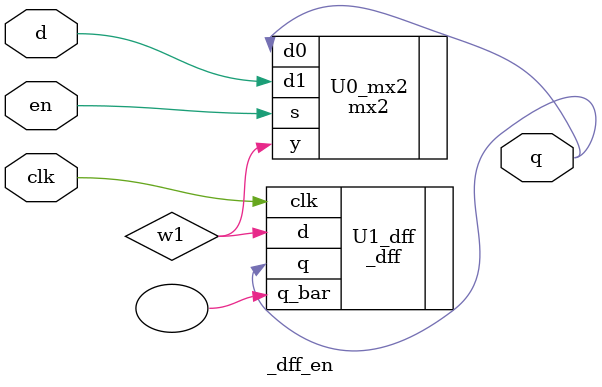
<source format=v>
module _dff_en(clk, en, d, q); //enable d-flipflop
	//set input clk, en, d and q
	input clk, en, d;
	output q;
	//declare w1
	wire w1;
	//use mux to get value from q or d
	mx2 U0_mx2(.d0(q),.d1(d),.s(en),.y(w1));
	//ues d-flipflop to get q
	_dff U1_dff(.clk(clk),.d(w1),.q(q),.q_bar());
	
endmodule

</source>
